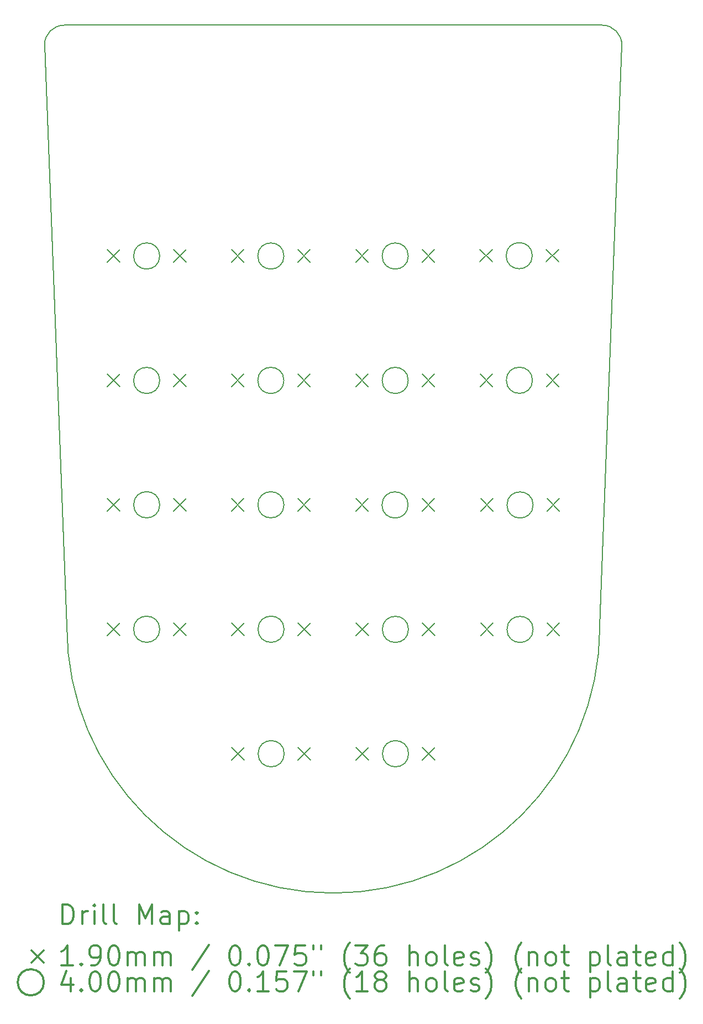
<source format=gbr>
%FSLAX45Y45*%
G04 Gerber Fmt 4.5, Leading zero omitted, Abs format (unit mm)*
G04 Created by KiCad (PCBNEW (5.1.4)-1) date 2022-04-16 10:17:54*
%MOMM*%
%LPD*%
G04 APERTURE LIST*
%ADD10C,0.200000*%
%ADD11C,0.300000*%
G04 APERTURE END LIST*
D10*
X5330000Y-11800000D02*
X4987593Y-2909998D01*
X13530000Y-2599835D02*
G75*
G02X13832500Y-2912500I0J-302665D01*
G01*
X13832500Y-2912500D02*
X13495000Y-11800000D01*
X4987590Y-2909891D02*
G75*
G02X5290000Y-2600000I302410J7391D01*
G01*
X13495000Y-11800000D02*
G75*
G02X5330000Y-11800000I-4082500J0D01*
G01*
X5290000Y-2600000D02*
X13530000Y-2600000D01*
D10*
X11669500Y-9847500D02*
X11859500Y-10037500D01*
X11859500Y-9847500D02*
X11669500Y-10037500D01*
X12685500Y-9847500D02*
X12875500Y-10037500D01*
X12875500Y-9847500D02*
X12685500Y-10037500D01*
X7857000Y-13655000D02*
X8047000Y-13845000D01*
X8047000Y-13655000D02*
X7857000Y-13845000D01*
X8873000Y-13655000D02*
X9063000Y-13845000D01*
X9063000Y-13655000D02*
X8873000Y-13845000D01*
X11659500Y-7940000D02*
X11849500Y-8130000D01*
X11849500Y-7940000D02*
X11659500Y-8130000D01*
X12675500Y-7940000D02*
X12865500Y-8130000D01*
X12865500Y-7940000D02*
X12675500Y-8130000D01*
X7852000Y-6037500D02*
X8042000Y-6227500D01*
X8042000Y-6037500D02*
X7852000Y-6227500D01*
X8868000Y-6037500D02*
X9058000Y-6227500D01*
X9058000Y-6037500D02*
X8868000Y-6227500D01*
X7853000Y-9845000D02*
X8043000Y-10035000D01*
X8043000Y-9845000D02*
X7853000Y-10035000D01*
X8869000Y-9845000D02*
X9059000Y-10035000D01*
X9059000Y-9845000D02*
X8869000Y-10035000D01*
X11669500Y-11752500D02*
X11859500Y-11942500D01*
X11859500Y-11752500D02*
X11669500Y-11942500D01*
X12685500Y-11752500D02*
X12875500Y-11942500D01*
X12875500Y-11752500D02*
X12685500Y-11942500D01*
X9762000Y-13655000D02*
X9952000Y-13845000D01*
X9952000Y-13655000D02*
X9762000Y-13845000D01*
X10778000Y-13655000D02*
X10968000Y-13845000D01*
X10968000Y-13655000D02*
X10778000Y-13845000D01*
X5949500Y-7942000D02*
X6139500Y-8132000D01*
X6139500Y-7942000D02*
X5949500Y-8132000D01*
X6965500Y-7942000D02*
X7155500Y-8132000D01*
X7155500Y-7942000D02*
X6965500Y-8132000D01*
X9760000Y-11752000D02*
X9950000Y-11942000D01*
X9950000Y-11752000D02*
X9760000Y-11942000D01*
X10776000Y-11752000D02*
X10966000Y-11942000D01*
X10966000Y-11752000D02*
X10776000Y-11942000D01*
X9757000Y-6037500D02*
X9947000Y-6227500D01*
X9947000Y-6037500D02*
X9757000Y-6227500D01*
X10773000Y-6037500D02*
X10963000Y-6227500D01*
X10963000Y-6037500D02*
X10773000Y-6227500D01*
X5950000Y-9845000D02*
X6140000Y-10035000D01*
X6140000Y-9845000D02*
X5950000Y-10035000D01*
X6966000Y-9845000D02*
X7156000Y-10035000D01*
X7156000Y-9845000D02*
X6966000Y-10035000D01*
X7855000Y-11750000D02*
X8045000Y-11940000D01*
X8045000Y-11750000D02*
X7855000Y-11940000D01*
X8871000Y-11750000D02*
X9061000Y-11940000D01*
X9061000Y-11750000D02*
X8871000Y-11940000D01*
X9757000Y-7941900D02*
X9947000Y-8131900D01*
X9947000Y-7941900D02*
X9757000Y-8131900D01*
X10773000Y-7941900D02*
X10963000Y-8131900D01*
X10963000Y-7941900D02*
X10773000Y-8131900D01*
X5949500Y-6037500D02*
X6139500Y-6227500D01*
X6139500Y-6037500D02*
X5949500Y-6227500D01*
X6965500Y-6037500D02*
X7155500Y-6227500D01*
X7155500Y-6037500D02*
X6965500Y-6227500D01*
X9754500Y-9847500D02*
X9944500Y-10037500D01*
X9944500Y-9847500D02*
X9754500Y-10037500D01*
X10770500Y-9847500D02*
X10960500Y-10037500D01*
X10960500Y-9847500D02*
X10770500Y-10037500D01*
X5949500Y-11750000D02*
X6139500Y-11940000D01*
X6139500Y-11750000D02*
X5949500Y-11940000D01*
X6965500Y-11750000D02*
X7155500Y-11940000D01*
X7155500Y-11750000D02*
X6965500Y-11940000D01*
X7852000Y-7942000D02*
X8042000Y-8132000D01*
X8042000Y-7942000D02*
X7852000Y-8132000D01*
X8868000Y-7942000D02*
X9058000Y-8132000D01*
X9058000Y-7942000D02*
X8868000Y-8132000D01*
X11657000Y-6033000D02*
X11847000Y-6223000D01*
X11847000Y-6033000D02*
X11657000Y-6223000D01*
X12673000Y-6033000D02*
X12863000Y-6223000D01*
X12863000Y-6033000D02*
X12673000Y-6223000D01*
X10557500Y-9942500D02*
G75*
G03X10557500Y-9942500I-200000J0D01*
G01*
X6752500Y-11845000D02*
G75*
G03X6752500Y-11845000I-200000J0D01*
G01*
X8655000Y-8037000D02*
G75*
G03X8655000Y-8037000I-200000J0D01*
G01*
X12460000Y-6128000D02*
G75*
G03X12460000Y-6128000I-200000J0D01*
G01*
X12472500Y-9942500D02*
G75*
G03X12472500Y-9942500I-200000J0D01*
G01*
X8660000Y-13750000D02*
G75*
G03X8660000Y-13750000I-200000J0D01*
G01*
X12462500Y-8035000D02*
G75*
G03X12462500Y-8035000I-200000J0D01*
G01*
X8655000Y-6132500D02*
G75*
G03X8655000Y-6132500I-200000J0D01*
G01*
X8656000Y-9940000D02*
G75*
G03X8656000Y-9940000I-200000J0D01*
G01*
X12472500Y-11847500D02*
G75*
G03X12472500Y-11847500I-200000J0D01*
G01*
X10565000Y-13750000D02*
G75*
G03X10565000Y-13750000I-200000J0D01*
G01*
X6752500Y-8037000D02*
G75*
G03X6752500Y-8037000I-200000J0D01*
G01*
X10563000Y-11847000D02*
G75*
G03X10563000Y-11847000I-200000J0D01*
G01*
X10560000Y-6132500D02*
G75*
G03X10560000Y-6132500I-200000J0D01*
G01*
X6753000Y-9940000D02*
G75*
G03X6753000Y-9940000I-200000J0D01*
G01*
X8658000Y-11845000D02*
G75*
G03X8658000Y-11845000I-200000J0D01*
G01*
X10560000Y-8036900D02*
G75*
G03X10560000Y-8036900I-200000J0D01*
G01*
X6752500Y-6132500D02*
G75*
G03X6752500Y-6132500I-200000J0D01*
G01*
D11*
X5263928Y-16358214D02*
X5263928Y-16058214D01*
X5335357Y-16058214D01*
X5378214Y-16072500D01*
X5406786Y-16101071D01*
X5421071Y-16129643D01*
X5435357Y-16186786D01*
X5435357Y-16229643D01*
X5421071Y-16286786D01*
X5406786Y-16315357D01*
X5378214Y-16343929D01*
X5335357Y-16358214D01*
X5263928Y-16358214D01*
X5563928Y-16358214D02*
X5563928Y-16158214D01*
X5563928Y-16215357D02*
X5578214Y-16186786D01*
X5592500Y-16172500D01*
X5621071Y-16158214D01*
X5649643Y-16158214D01*
X5749643Y-16358214D02*
X5749643Y-16158214D01*
X5749643Y-16058214D02*
X5735357Y-16072500D01*
X5749643Y-16086786D01*
X5763928Y-16072500D01*
X5749643Y-16058214D01*
X5749643Y-16086786D01*
X5935357Y-16358214D02*
X5906786Y-16343929D01*
X5892500Y-16315357D01*
X5892500Y-16058214D01*
X6092500Y-16358214D02*
X6063928Y-16343929D01*
X6049643Y-16315357D01*
X6049643Y-16058214D01*
X6435357Y-16358214D02*
X6435357Y-16058214D01*
X6535357Y-16272500D01*
X6635357Y-16058214D01*
X6635357Y-16358214D01*
X6906786Y-16358214D02*
X6906786Y-16201071D01*
X6892500Y-16172500D01*
X6863928Y-16158214D01*
X6806786Y-16158214D01*
X6778214Y-16172500D01*
X6906786Y-16343929D02*
X6878214Y-16358214D01*
X6806786Y-16358214D01*
X6778214Y-16343929D01*
X6763928Y-16315357D01*
X6763928Y-16286786D01*
X6778214Y-16258214D01*
X6806786Y-16243929D01*
X6878214Y-16243929D01*
X6906786Y-16229643D01*
X7049643Y-16158214D02*
X7049643Y-16458214D01*
X7049643Y-16172500D02*
X7078214Y-16158214D01*
X7135357Y-16158214D01*
X7163928Y-16172500D01*
X7178214Y-16186786D01*
X7192500Y-16215357D01*
X7192500Y-16301071D01*
X7178214Y-16329643D01*
X7163928Y-16343929D01*
X7135357Y-16358214D01*
X7078214Y-16358214D01*
X7049643Y-16343929D01*
X7321071Y-16329643D02*
X7335357Y-16343929D01*
X7321071Y-16358214D01*
X7306786Y-16343929D01*
X7321071Y-16329643D01*
X7321071Y-16358214D01*
X7321071Y-16172500D02*
X7335357Y-16186786D01*
X7321071Y-16201071D01*
X7306786Y-16186786D01*
X7321071Y-16172500D01*
X7321071Y-16201071D01*
X4787500Y-16757500D02*
X4977500Y-16947500D01*
X4977500Y-16757500D02*
X4787500Y-16947500D01*
X5421071Y-16988214D02*
X5249643Y-16988214D01*
X5335357Y-16988214D02*
X5335357Y-16688214D01*
X5306786Y-16731071D01*
X5278214Y-16759643D01*
X5249643Y-16773929D01*
X5549643Y-16959643D02*
X5563928Y-16973929D01*
X5549643Y-16988214D01*
X5535357Y-16973929D01*
X5549643Y-16959643D01*
X5549643Y-16988214D01*
X5706786Y-16988214D02*
X5763928Y-16988214D01*
X5792500Y-16973929D01*
X5806786Y-16959643D01*
X5835357Y-16916786D01*
X5849643Y-16859643D01*
X5849643Y-16745357D01*
X5835357Y-16716786D01*
X5821071Y-16702500D01*
X5792500Y-16688214D01*
X5735357Y-16688214D01*
X5706786Y-16702500D01*
X5692500Y-16716786D01*
X5678214Y-16745357D01*
X5678214Y-16816786D01*
X5692500Y-16845357D01*
X5706786Y-16859643D01*
X5735357Y-16873929D01*
X5792500Y-16873929D01*
X5821071Y-16859643D01*
X5835357Y-16845357D01*
X5849643Y-16816786D01*
X6035357Y-16688214D02*
X6063928Y-16688214D01*
X6092500Y-16702500D01*
X6106786Y-16716786D01*
X6121071Y-16745357D01*
X6135357Y-16802500D01*
X6135357Y-16873929D01*
X6121071Y-16931072D01*
X6106786Y-16959643D01*
X6092500Y-16973929D01*
X6063928Y-16988214D01*
X6035357Y-16988214D01*
X6006786Y-16973929D01*
X5992500Y-16959643D01*
X5978214Y-16931072D01*
X5963928Y-16873929D01*
X5963928Y-16802500D01*
X5978214Y-16745357D01*
X5992500Y-16716786D01*
X6006786Y-16702500D01*
X6035357Y-16688214D01*
X6263928Y-16988214D02*
X6263928Y-16788214D01*
X6263928Y-16816786D02*
X6278214Y-16802500D01*
X6306786Y-16788214D01*
X6349643Y-16788214D01*
X6378214Y-16802500D01*
X6392500Y-16831072D01*
X6392500Y-16988214D01*
X6392500Y-16831072D02*
X6406786Y-16802500D01*
X6435357Y-16788214D01*
X6478214Y-16788214D01*
X6506786Y-16802500D01*
X6521071Y-16831072D01*
X6521071Y-16988214D01*
X6663928Y-16988214D02*
X6663928Y-16788214D01*
X6663928Y-16816786D02*
X6678214Y-16802500D01*
X6706786Y-16788214D01*
X6749643Y-16788214D01*
X6778214Y-16802500D01*
X6792500Y-16831072D01*
X6792500Y-16988214D01*
X6792500Y-16831072D02*
X6806786Y-16802500D01*
X6835357Y-16788214D01*
X6878214Y-16788214D01*
X6906786Y-16802500D01*
X6921071Y-16831072D01*
X6921071Y-16988214D01*
X7506786Y-16673929D02*
X7249643Y-17059643D01*
X7892500Y-16688214D02*
X7921071Y-16688214D01*
X7949643Y-16702500D01*
X7963928Y-16716786D01*
X7978214Y-16745357D01*
X7992500Y-16802500D01*
X7992500Y-16873929D01*
X7978214Y-16931072D01*
X7963928Y-16959643D01*
X7949643Y-16973929D01*
X7921071Y-16988214D01*
X7892500Y-16988214D01*
X7863928Y-16973929D01*
X7849643Y-16959643D01*
X7835357Y-16931072D01*
X7821071Y-16873929D01*
X7821071Y-16802500D01*
X7835357Y-16745357D01*
X7849643Y-16716786D01*
X7863928Y-16702500D01*
X7892500Y-16688214D01*
X8121071Y-16959643D02*
X8135357Y-16973929D01*
X8121071Y-16988214D01*
X8106786Y-16973929D01*
X8121071Y-16959643D01*
X8121071Y-16988214D01*
X8321071Y-16688214D02*
X8349643Y-16688214D01*
X8378214Y-16702500D01*
X8392500Y-16716786D01*
X8406786Y-16745357D01*
X8421071Y-16802500D01*
X8421071Y-16873929D01*
X8406786Y-16931072D01*
X8392500Y-16959643D01*
X8378214Y-16973929D01*
X8349643Y-16988214D01*
X8321071Y-16988214D01*
X8292500Y-16973929D01*
X8278214Y-16959643D01*
X8263928Y-16931072D01*
X8249643Y-16873929D01*
X8249643Y-16802500D01*
X8263928Y-16745357D01*
X8278214Y-16716786D01*
X8292500Y-16702500D01*
X8321071Y-16688214D01*
X8521071Y-16688214D02*
X8721071Y-16688214D01*
X8592500Y-16988214D01*
X8978214Y-16688214D02*
X8835357Y-16688214D01*
X8821071Y-16831072D01*
X8835357Y-16816786D01*
X8863928Y-16802500D01*
X8935357Y-16802500D01*
X8963928Y-16816786D01*
X8978214Y-16831072D01*
X8992500Y-16859643D01*
X8992500Y-16931072D01*
X8978214Y-16959643D01*
X8963928Y-16973929D01*
X8935357Y-16988214D01*
X8863928Y-16988214D01*
X8835357Y-16973929D01*
X8821071Y-16959643D01*
X9106786Y-16688214D02*
X9106786Y-16745357D01*
X9221071Y-16688214D02*
X9221071Y-16745357D01*
X9663928Y-17102500D02*
X9649643Y-17088214D01*
X9621071Y-17045357D01*
X9606786Y-17016786D01*
X9592500Y-16973929D01*
X9578214Y-16902500D01*
X9578214Y-16845357D01*
X9592500Y-16773929D01*
X9606786Y-16731071D01*
X9621071Y-16702500D01*
X9649643Y-16659643D01*
X9663928Y-16645357D01*
X9749643Y-16688214D02*
X9935357Y-16688214D01*
X9835357Y-16802500D01*
X9878214Y-16802500D01*
X9906786Y-16816786D01*
X9921071Y-16831072D01*
X9935357Y-16859643D01*
X9935357Y-16931072D01*
X9921071Y-16959643D01*
X9906786Y-16973929D01*
X9878214Y-16988214D01*
X9792500Y-16988214D01*
X9763928Y-16973929D01*
X9749643Y-16959643D01*
X10192500Y-16688214D02*
X10135357Y-16688214D01*
X10106786Y-16702500D01*
X10092500Y-16716786D01*
X10063928Y-16759643D01*
X10049643Y-16816786D01*
X10049643Y-16931072D01*
X10063928Y-16959643D01*
X10078214Y-16973929D01*
X10106786Y-16988214D01*
X10163928Y-16988214D01*
X10192500Y-16973929D01*
X10206786Y-16959643D01*
X10221071Y-16931072D01*
X10221071Y-16859643D01*
X10206786Y-16831072D01*
X10192500Y-16816786D01*
X10163928Y-16802500D01*
X10106786Y-16802500D01*
X10078214Y-16816786D01*
X10063928Y-16831072D01*
X10049643Y-16859643D01*
X10578214Y-16988214D02*
X10578214Y-16688214D01*
X10706786Y-16988214D02*
X10706786Y-16831072D01*
X10692500Y-16802500D01*
X10663928Y-16788214D01*
X10621071Y-16788214D01*
X10592500Y-16802500D01*
X10578214Y-16816786D01*
X10892500Y-16988214D02*
X10863928Y-16973929D01*
X10849643Y-16959643D01*
X10835357Y-16931072D01*
X10835357Y-16845357D01*
X10849643Y-16816786D01*
X10863928Y-16802500D01*
X10892500Y-16788214D01*
X10935357Y-16788214D01*
X10963928Y-16802500D01*
X10978214Y-16816786D01*
X10992500Y-16845357D01*
X10992500Y-16931072D01*
X10978214Y-16959643D01*
X10963928Y-16973929D01*
X10935357Y-16988214D01*
X10892500Y-16988214D01*
X11163928Y-16988214D02*
X11135357Y-16973929D01*
X11121071Y-16945357D01*
X11121071Y-16688214D01*
X11392500Y-16973929D02*
X11363928Y-16988214D01*
X11306786Y-16988214D01*
X11278214Y-16973929D01*
X11263928Y-16945357D01*
X11263928Y-16831072D01*
X11278214Y-16802500D01*
X11306786Y-16788214D01*
X11363928Y-16788214D01*
X11392500Y-16802500D01*
X11406786Y-16831072D01*
X11406786Y-16859643D01*
X11263928Y-16888214D01*
X11521071Y-16973929D02*
X11549643Y-16988214D01*
X11606786Y-16988214D01*
X11635357Y-16973929D01*
X11649643Y-16945357D01*
X11649643Y-16931072D01*
X11635357Y-16902500D01*
X11606786Y-16888214D01*
X11563928Y-16888214D01*
X11535357Y-16873929D01*
X11521071Y-16845357D01*
X11521071Y-16831072D01*
X11535357Y-16802500D01*
X11563928Y-16788214D01*
X11606786Y-16788214D01*
X11635357Y-16802500D01*
X11749643Y-17102500D02*
X11763928Y-17088214D01*
X11792500Y-17045357D01*
X11806786Y-17016786D01*
X11821071Y-16973929D01*
X11835357Y-16902500D01*
X11835357Y-16845357D01*
X11821071Y-16773929D01*
X11806786Y-16731071D01*
X11792500Y-16702500D01*
X11763928Y-16659643D01*
X11749643Y-16645357D01*
X12292500Y-17102500D02*
X12278214Y-17088214D01*
X12249643Y-17045357D01*
X12235357Y-17016786D01*
X12221071Y-16973929D01*
X12206786Y-16902500D01*
X12206786Y-16845357D01*
X12221071Y-16773929D01*
X12235357Y-16731071D01*
X12249643Y-16702500D01*
X12278214Y-16659643D01*
X12292500Y-16645357D01*
X12406786Y-16788214D02*
X12406786Y-16988214D01*
X12406786Y-16816786D02*
X12421071Y-16802500D01*
X12449643Y-16788214D01*
X12492500Y-16788214D01*
X12521071Y-16802500D01*
X12535357Y-16831072D01*
X12535357Y-16988214D01*
X12721071Y-16988214D02*
X12692500Y-16973929D01*
X12678214Y-16959643D01*
X12663928Y-16931072D01*
X12663928Y-16845357D01*
X12678214Y-16816786D01*
X12692500Y-16802500D01*
X12721071Y-16788214D01*
X12763928Y-16788214D01*
X12792500Y-16802500D01*
X12806786Y-16816786D01*
X12821071Y-16845357D01*
X12821071Y-16931072D01*
X12806786Y-16959643D01*
X12792500Y-16973929D01*
X12763928Y-16988214D01*
X12721071Y-16988214D01*
X12906786Y-16788214D02*
X13021071Y-16788214D01*
X12949643Y-16688214D02*
X12949643Y-16945357D01*
X12963928Y-16973929D01*
X12992500Y-16988214D01*
X13021071Y-16988214D01*
X13349643Y-16788214D02*
X13349643Y-17088214D01*
X13349643Y-16802500D02*
X13378214Y-16788214D01*
X13435357Y-16788214D01*
X13463928Y-16802500D01*
X13478214Y-16816786D01*
X13492500Y-16845357D01*
X13492500Y-16931072D01*
X13478214Y-16959643D01*
X13463928Y-16973929D01*
X13435357Y-16988214D01*
X13378214Y-16988214D01*
X13349643Y-16973929D01*
X13663928Y-16988214D02*
X13635357Y-16973929D01*
X13621071Y-16945357D01*
X13621071Y-16688214D01*
X13906786Y-16988214D02*
X13906786Y-16831072D01*
X13892500Y-16802500D01*
X13863928Y-16788214D01*
X13806786Y-16788214D01*
X13778214Y-16802500D01*
X13906786Y-16973929D02*
X13878214Y-16988214D01*
X13806786Y-16988214D01*
X13778214Y-16973929D01*
X13763928Y-16945357D01*
X13763928Y-16916786D01*
X13778214Y-16888214D01*
X13806786Y-16873929D01*
X13878214Y-16873929D01*
X13906786Y-16859643D01*
X14006786Y-16788214D02*
X14121071Y-16788214D01*
X14049643Y-16688214D02*
X14049643Y-16945357D01*
X14063928Y-16973929D01*
X14092500Y-16988214D01*
X14121071Y-16988214D01*
X14335357Y-16973929D02*
X14306786Y-16988214D01*
X14249643Y-16988214D01*
X14221071Y-16973929D01*
X14206786Y-16945357D01*
X14206786Y-16831072D01*
X14221071Y-16802500D01*
X14249643Y-16788214D01*
X14306786Y-16788214D01*
X14335357Y-16802500D01*
X14349643Y-16831072D01*
X14349643Y-16859643D01*
X14206786Y-16888214D01*
X14606786Y-16988214D02*
X14606786Y-16688214D01*
X14606786Y-16973929D02*
X14578214Y-16988214D01*
X14521071Y-16988214D01*
X14492500Y-16973929D01*
X14478214Y-16959643D01*
X14463928Y-16931072D01*
X14463928Y-16845357D01*
X14478214Y-16816786D01*
X14492500Y-16802500D01*
X14521071Y-16788214D01*
X14578214Y-16788214D01*
X14606786Y-16802500D01*
X14721071Y-17102500D02*
X14735357Y-17088214D01*
X14763928Y-17045357D01*
X14778214Y-17016786D01*
X14792500Y-16973929D01*
X14806786Y-16902500D01*
X14806786Y-16845357D01*
X14792500Y-16773929D01*
X14778214Y-16731071D01*
X14763928Y-16702500D01*
X14735357Y-16659643D01*
X14721071Y-16645357D01*
X4977500Y-17248500D02*
G75*
G03X4977500Y-17248500I-200000J0D01*
G01*
X5392500Y-17184214D02*
X5392500Y-17384214D01*
X5321071Y-17069929D02*
X5249643Y-17284214D01*
X5435357Y-17284214D01*
X5549643Y-17355643D02*
X5563928Y-17369929D01*
X5549643Y-17384214D01*
X5535357Y-17369929D01*
X5549643Y-17355643D01*
X5549643Y-17384214D01*
X5749643Y-17084214D02*
X5778214Y-17084214D01*
X5806786Y-17098500D01*
X5821071Y-17112786D01*
X5835357Y-17141357D01*
X5849643Y-17198500D01*
X5849643Y-17269929D01*
X5835357Y-17327072D01*
X5821071Y-17355643D01*
X5806786Y-17369929D01*
X5778214Y-17384214D01*
X5749643Y-17384214D01*
X5721071Y-17369929D01*
X5706786Y-17355643D01*
X5692500Y-17327072D01*
X5678214Y-17269929D01*
X5678214Y-17198500D01*
X5692500Y-17141357D01*
X5706786Y-17112786D01*
X5721071Y-17098500D01*
X5749643Y-17084214D01*
X6035357Y-17084214D02*
X6063928Y-17084214D01*
X6092500Y-17098500D01*
X6106786Y-17112786D01*
X6121071Y-17141357D01*
X6135357Y-17198500D01*
X6135357Y-17269929D01*
X6121071Y-17327072D01*
X6106786Y-17355643D01*
X6092500Y-17369929D01*
X6063928Y-17384214D01*
X6035357Y-17384214D01*
X6006786Y-17369929D01*
X5992500Y-17355643D01*
X5978214Y-17327072D01*
X5963928Y-17269929D01*
X5963928Y-17198500D01*
X5978214Y-17141357D01*
X5992500Y-17112786D01*
X6006786Y-17098500D01*
X6035357Y-17084214D01*
X6263928Y-17384214D02*
X6263928Y-17184214D01*
X6263928Y-17212786D02*
X6278214Y-17198500D01*
X6306786Y-17184214D01*
X6349643Y-17184214D01*
X6378214Y-17198500D01*
X6392500Y-17227072D01*
X6392500Y-17384214D01*
X6392500Y-17227072D02*
X6406786Y-17198500D01*
X6435357Y-17184214D01*
X6478214Y-17184214D01*
X6506786Y-17198500D01*
X6521071Y-17227072D01*
X6521071Y-17384214D01*
X6663928Y-17384214D02*
X6663928Y-17184214D01*
X6663928Y-17212786D02*
X6678214Y-17198500D01*
X6706786Y-17184214D01*
X6749643Y-17184214D01*
X6778214Y-17198500D01*
X6792500Y-17227072D01*
X6792500Y-17384214D01*
X6792500Y-17227072D02*
X6806786Y-17198500D01*
X6835357Y-17184214D01*
X6878214Y-17184214D01*
X6906786Y-17198500D01*
X6921071Y-17227072D01*
X6921071Y-17384214D01*
X7506786Y-17069929D02*
X7249643Y-17455643D01*
X7892500Y-17084214D02*
X7921071Y-17084214D01*
X7949643Y-17098500D01*
X7963928Y-17112786D01*
X7978214Y-17141357D01*
X7992500Y-17198500D01*
X7992500Y-17269929D01*
X7978214Y-17327072D01*
X7963928Y-17355643D01*
X7949643Y-17369929D01*
X7921071Y-17384214D01*
X7892500Y-17384214D01*
X7863928Y-17369929D01*
X7849643Y-17355643D01*
X7835357Y-17327072D01*
X7821071Y-17269929D01*
X7821071Y-17198500D01*
X7835357Y-17141357D01*
X7849643Y-17112786D01*
X7863928Y-17098500D01*
X7892500Y-17084214D01*
X8121071Y-17355643D02*
X8135357Y-17369929D01*
X8121071Y-17384214D01*
X8106786Y-17369929D01*
X8121071Y-17355643D01*
X8121071Y-17384214D01*
X8421071Y-17384214D02*
X8249643Y-17384214D01*
X8335357Y-17384214D02*
X8335357Y-17084214D01*
X8306786Y-17127072D01*
X8278214Y-17155643D01*
X8249643Y-17169929D01*
X8692500Y-17084214D02*
X8549643Y-17084214D01*
X8535357Y-17227072D01*
X8549643Y-17212786D01*
X8578214Y-17198500D01*
X8649643Y-17198500D01*
X8678214Y-17212786D01*
X8692500Y-17227072D01*
X8706786Y-17255643D01*
X8706786Y-17327072D01*
X8692500Y-17355643D01*
X8678214Y-17369929D01*
X8649643Y-17384214D01*
X8578214Y-17384214D01*
X8549643Y-17369929D01*
X8535357Y-17355643D01*
X8806786Y-17084214D02*
X9006786Y-17084214D01*
X8878214Y-17384214D01*
X9106786Y-17084214D02*
X9106786Y-17141357D01*
X9221071Y-17084214D02*
X9221071Y-17141357D01*
X9663928Y-17498500D02*
X9649643Y-17484214D01*
X9621071Y-17441357D01*
X9606786Y-17412786D01*
X9592500Y-17369929D01*
X9578214Y-17298500D01*
X9578214Y-17241357D01*
X9592500Y-17169929D01*
X9606786Y-17127072D01*
X9621071Y-17098500D01*
X9649643Y-17055643D01*
X9663928Y-17041357D01*
X9935357Y-17384214D02*
X9763928Y-17384214D01*
X9849643Y-17384214D02*
X9849643Y-17084214D01*
X9821071Y-17127072D01*
X9792500Y-17155643D01*
X9763928Y-17169929D01*
X10106786Y-17212786D02*
X10078214Y-17198500D01*
X10063928Y-17184214D01*
X10049643Y-17155643D01*
X10049643Y-17141357D01*
X10063928Y-17112786D01*
X10078214Y-17098500D01*
X10106786Y-17084214D01*
X10163928Y-17084214D01*
X10192500Y-17098500D01*
X10206786Y-17112786D01*
X10221071Y-17141357D01*
X10221071Y-17155643D01*
X10206786Y-17184214D01*
X10192500Y-17198500D01*
X10163928Y-17212786D01*
X10106786Y-17212786D01*
X10078214Y-17227072D01*
X10063928Y-17241357D01*
X10049643Y-17269929D01*
X10049643Y-17327072D01*
X10063928Y-17355643D01*
X10078214Y-17369929D01*
X10106786Y-17384214D01*
X10163928Y-17384214D01*
X10192500Y-17369929D01*
X10206786Y-17355643D01*
X10221071Y-17327072D01*
X10221071Y-17269929D01*
X10206786Y-17241357D01*
X10192500Y-17227072D01*
X10163928Y-17212786D01*
X10578214Y-17384214D02*
X10578214Y-17084214D01*
X10706786Y-17384214D02*
X10706786Y-17227072D01*
X10692500Y-17198500D01*
X10663928Y-17184214D01*
X10621071Y-17184214D01*
X10592500Y-17198500D01*
X10578214Y-17212786D01*
X10892500Y-17384214D02*
X10863928Y-17369929D01*
X10849643Y-17355643D01*
X10835357Y-17327072D01*
X10835357Y-17241357D01*
X10849643Y-17212786D01*
X10863928Y-17198500D01*
X10892500Y-17184214D01*
X10935357Y-17184214D01*
X10963928Y-17198500D01*
X10978214Y-17212786D01*
X10992500Y-17241357D01*
X10992500Y-17327072D01*
X10978214Y-17355643D01*
X10963928Y-17369929D01*
X10935357Y-17384214D01*
X10892500Y-17384214D01*
X11163928Y-17384214D02*
X11135357Y-17369929D01*
X11121071Y-17341357D01*
X11121071Y-17084214D01*
X11392500Y-17369929D02*
X11363928Y-17384214D01*
X11306786Y-17384214D01*
X11278214Y-17369929D01*
X11263928Y-17341357D01*
X11263928Y-17227072D01*
X11278214Y-17198500D01*
X11306786Y-17184214D01*
X11363928Y-17184214D01*
X11392500Y-17198500D01*
X11406786Y-17227072D01*
X11406786Y-17255643D01*
X11263928Y-17284214D01*
X11521071Y-17369929D02*
X11549643Y-17384214D01*
X11606786Y-17384214D01*
X11635357Y-17369929D01*
X11649643Y-17341357D01*
X11649643Y-17327072D01*
X11635357Y-17298500D01*
X11606786Y-17284214D01*
X11563928Y-17284214D01*
X11535357Y-17269929D01*
X11521071Y-17241357D01*
X11521071Y-17227072D01*
X11535357Y-17198500D01*
X11563928Y-17184214D01*
X11606786Y-17184214D01*
X11635357Y-17198500D01*
X11749643Y-17498500D02*
X11763928Y-17484214D01*
X11792500Y-17441357D01*
X11806786Y-17412786D01*
X11821071Y-17369929D01*
X11835357Y-17298500D01*
X11835357Y-17241357D01*
X11821071Y-17169929D01*
X11806786Y-17127072D01*
X11792500Y-17098500D01*
X11763928Y-17055643D01*
X11749643Y-17041357D01*
X12292500Y-17498500D02*
X12278214Y-17484214D01*
X12249643Y-17441357D01*
X12235357Y-17412786D01*
X12221071Y-17369929D01*
X12206786Y-17298500D01*
X12206786Y-17241357D01*
X12221071Y-17169929D01*
X12235357Y-17127072D01*
X12249643Y-17098500D01*
X12278214Y-17055643D01*
X12292500Y-17041357D01*
X12406786Y-17184214D02*
X12406786Y-17384214D01*
X12406786Y-17212786D02*
X12421071Y-17198500D01*
X12449643Y-17184214D01*
X12492500Y-17184214D01*
X12521071Y-17198500D01*
X12535357Y-17227072D01*
X12535357Y-17384214D01*
X12721071Y-17384214D02*
X12692500Y-17369929D01*
X12678214Y-17355643D01*
X12663928Y-17327072D01*
X12663928Y-17241357D01*
X12678214Y-17212786D01*
X12692500Y-17198500D01*
X12721071Y-17184214D01*
X12763928Y-17184214D01*
X12792500Y-17198500D01*
X12806786Y-17212786D01*
X12821071Y-17241357D01*
X12821071Y-17327072D01*
X12806786Y-17355643D01*
X12792500Y-17369929D01*
X12763928Y-17384214D01*
X12721071Y-17384214D01*
X12906786Y-17184214D02*
X13021071Y-17184214D01*
X12949643Y-17084214D02*
X12949643Y-17341357D01*
X12963928Y-17369929D01*
X12992500Y-17384214D01*
X13021071Y-17384214D01*
X13349643Y-17184214D02*
X13349643Y-17484214D01*
X13349643Y-17198500D02*
X13378214Y-17184214D01*
X13435357Y-17184214D01*
X13463928Y-17198500D01*
X13478214Y-17212786D01*
X13492500Y-17241357D01*
X13492500Y-17327072D01*
X13478214Y-17355643D01*
X13463928Y-17369929D01*
X13435357Y-17384214D01*
X13378214Y-17384214D01*
X13349643Y-17369929D01*
X13663928Y-17384214D02*
X13635357Y-17369929D01*
X13621071Y-17341357D01*
X13621071Y-17084214D01*
X13906786Y-17384214D02*
X13906786Y-17227072D01*
X13892500Y-17198500D01*
X13863928Y-17184214D01*
X13806786Y-17184214D01*
X13778214Y-17198500D01*
X13906786Y-17369929D02*
X13878214Y-17384214D01*
X13806786Y-17384214D01*
X13778214Y-17369929D01*
X13763928Y-17341357D01*
X13763928Y-17312786D01*
X13778214Y-17284214D01*
X13806786Y-17269929D01*
X13878214Y-17269929D01*
X13906786Y-17255643D01*
X14006786Y-17184214D02*
X14121071Y-17184214D01*
X14049643Y-17084214D02*
X14049643Y-17341357D01*
X14063928Y-17369929D01*
X14092500Y-17384214D01*
X14121071Y-17384214D01*
X14335357Y-17369929D02*
X14306786Y-17384214D01*
X14249643Y-17384214D01*
X14221071Y-17369929D01*
X14206786Y-17341357D01*
X14206786Y-17227072D01*
X14221071Y-17198500D01*
X14249643Y-17184214D01*
X14306786Y-17184214D01*
X14335357Y-17198500D01*
X14349643Y-17227072D01*
X14349643Y-17255643D01*
X14206786Y-17284214D01*
X14606786Y-17384214D02*
X14606786Y-17084214D01*
X14606786Y-17369929D02*
X14578214Y-17384214D01*
X14521071Y-17384214D01*
X14492500Y-17369929D01*
X14478214Y-17355643D01*
X14463928Y-17327072D01*
X14463928Y-17241357D01*
X14478214Y-17212786D01*
X14492500Y-17198500D01*
X14521071Y-17184214D01*
X14578214Y-17184214D01*
X14606786Y-17198500D01*
X14721071Y-17498500D02*
X14735357Y-17484214D01*
X14763928Y-17441357D01*
X14778214Y-17412786D01*
X14792500Y-17369929D01*
X14806786Y-17298500D01*
X14806786Y-17241357D01*
X14792500Y-17169929D01*
X14778214Y-17127072D01*
X14763928Y-17098500D01*
X14735357Y-17055643D01*
X14721071Y-17041357D01*
M02*

</source>
